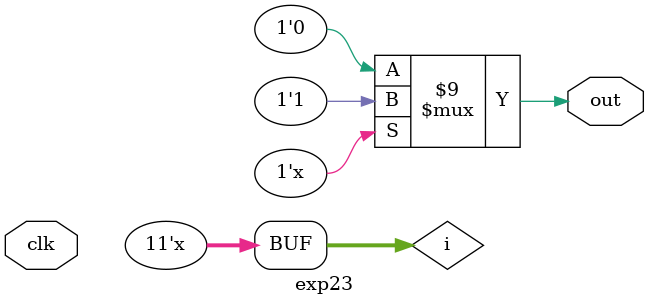
<source format=v>
module exp23(clk,out);
input clk;
output reg out;
reg [10:0] i=0;
always @(clk)
begin
	if(i>=200 && i<=299)
		out = 1;
	else	out = 0;
	i = (i+1)%500;
end
endmodule
</source>
